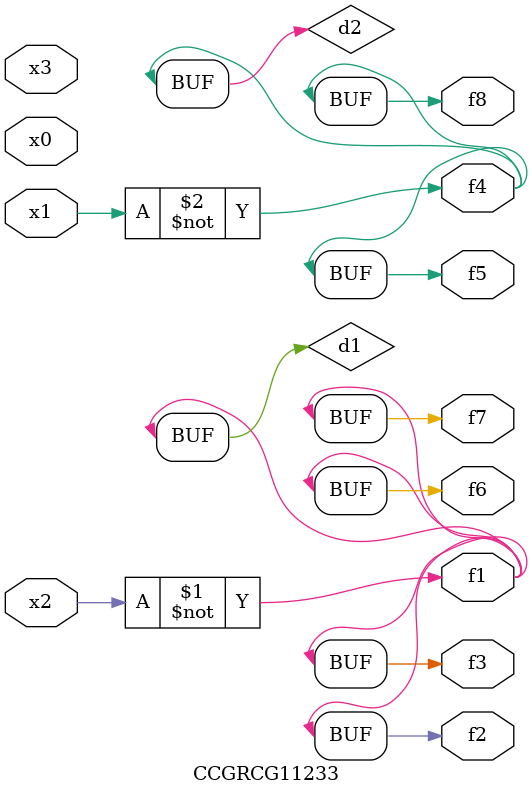
<source format=v>
module CCGRCG11233(
	input x0, x1, x2, x3,
	output f1, f2, f3, f4, f5, f6, f7, f8
);

	wire d1, d2;

	xnor (d1, x2);
	not (d2, x1);
	assign f1 = d1;
	assign f2 = d1;
	assign f3 = d1;
	assign f4 = d2;
	assign f5 = d2;
	assign f6 = d1;
	assign f7 = d1;
	assign f8 = d2;
endmodule

</source>
